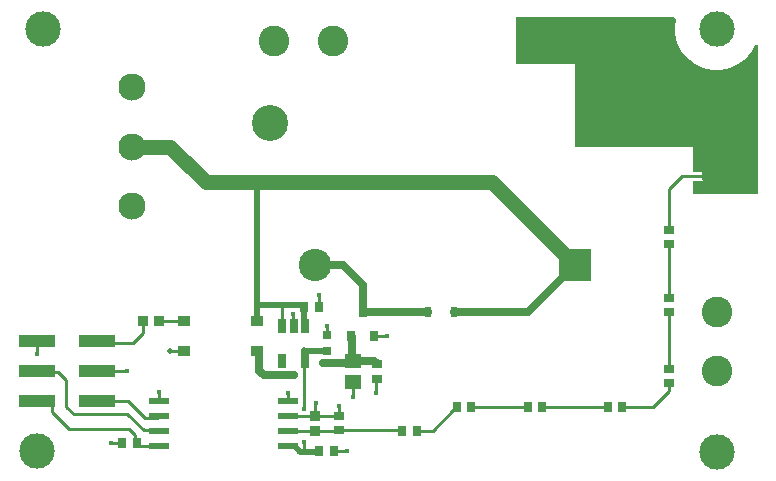
<source format=gtl>
%FSTAX23Y23*%
%MOIN*%
%SFA1B1*%

%IPPOS*%
%AMD21*
4,1,8,0.010900,0.023600,-0.010900,0.023600,-0.012800,0.021700,-0.012800,-0.021700,-0.010900,-0.023600,0.010900,-0.023600,0.012800,-0.021700,0.012800,0.021700,0.010900,0.023600,0.0*
1,1,0.003843,0.010900,0.021700*
1,1,0.003843,-0.010900,0.021700*
1,1,0.003843,-0.010900,-0.021700*
1,1,0.003843,0.010900,-0.021700*
%
%ADD11C,0.010000*%
%ADD16R,0.124016X0.039370*%
%ADD17R,0.033465X0.029527*%
%ADD18R,0.035433X0.029527*%
%ADD19R,0.053150X0.045275*%
%ADD20R,0.031496X0.035433*%
G04~CAMADD=21~8~0.0~0.0~255.9~472.4~19.2~0.0~15~0.0~0.0~0.0~0.0~0~0.0~0.0~0.0~0.0~0~0.0~0.0~0.0~0.0~255.9~472.4*
%ADD21D21*%
%ADD22R,0.027559X0.025591*%
%ADD23R,0.024803X0.032677*%
%ADD24R,0.070866X0.023622*%
%ADD25R,0.044882X0.035827*%
%ADD26R,0.033465X0.037401*%
%ADD27R,0.037401X0.033465*%
%ADD28R,0.029527X0.033465*%
%ADD39C,0.120078*%
%ADD40C,0.108268*%
%ADD41R,0.108268X0.108268*%
%ADD44C,0.025000*%
%ADD45C,0.020000*%
%ADD46C,0.050000*%
%ADD47C,0.090551*%
%ADD48C,0.102362*%
%ADD49C,0.017716*%
%ADD50C,0.118110*%
%ADD51C,0.019685*%
%LNcapbank-1*%
%LPD*%
G36*
X03408Y03769D02*
X03405Y03751D01*
Y03729*
X03408Y03707*
X03415Y03687*
X03425Y03667*
X03438Y0365*
X03453Y03635*
X03471Y03622*
X0349Y03612*
X03511Y03605*
X03532Y03602*
X03554*
X03575Y03605*
X03596Y03612*
X03615Y03622*
X03633Y03635*
X03648Y0365*
X03661Y03667*
X03671Y03687*
X03671Y03687*
X03681Y03685*
Y03188*
X03464*
Y03233*
X03543*
X03549Y03234*
X03554Y03237*
X03557Y03242*
X03558Y03248*
X03557Y03254*
X03554Y03259*
X03549Y03262*
X03543Y03263*
X03464*
Y03346*
X0307*
Y03622*
X02874*
Y03779*
X03402*
X03408Y03769*
G37*
G54D11*
X01579Y02457D02*
X01634Y02402D01*
X01681D02*
X01685Y02399D01*
X01634Y02402D02*
X01681D01*
X014Y02457D02*
X01579D01*
X01376Y02481D02*
X014Y02457D01*
X01582Y025D02*
X01637Y02444D01*
X01457Y025D02*
X01582D01*
X01452Y02692D02*
X01598D01*
X01632Y02727*
X01328Y02462D02*
Y02483D01*
X01385Y02405D02*
X01586D01*
X01328Y02462D02*
X01385Y02405D01*
X01313Y02498D02*
X01328Y02483D01*
X01278Y02498D02*
X01313D01*
X01295Y02596D02*
X01349D01*
X01293Y02598D02*
X01295Y02596D01*
X01376Y02481D02*
Y02569D01*
X01349Y02596D02*
X01376Y02569D01*
X01278Y02658D02*
X01279Y02657D01*
X01278Y02658D02*
Y02698D01*
X02132Y02757D02*
Y02791D01*
X02132Y02757D02*
X02132Y02757D01*
X02132Y02791D02*
X02132Y02791D01*
X02167Y02473D02*
Y02653D01*
X02115Y024D02*
X02282D01*
X02114Y02449D02*
X02284D01*
X02283Y0245D02*
Y02484D01*
Y0245D02*
X02284Y02449D01*
X02094Y02817D02*
X02095Y02816D01*
Y02749D02*
Y02816D01*
X02243Y02721D02*
Y02751D01*
Y02721D02*
X02245Y02719D01*
X01462Y02598D02*
X01577D01*
X01579Y02599*
X03385Y0307D02*
Y03206D01*
X03427Y03248D02*
X03543D01*
X03385Y03206D02*
X03427Y03248D01*
X02167Y02653D02*
X0217Y02656D01*
X0217*
X02169Y0233D02*
Y02362D01*
X02268Y02334D02*
X02311D01*
X02442Y02716D02*
X02443Y02716D01*
X02401Y02716D02*
X02442D01*
X02114Y02499D02*
Y02527D01*
Y02499D02*
X02114Y02499D01*
X02206Y02493D02*
X02207Y02494D01*
X02206Y0245D02*
Y02493D01*
X02409Y02527D02*
Y02569D01*
X02411Y02571*
X02332Y02513D02*
X02332Y02512D01*
X02332Y02513D02*
Y02563D01*
X02217Y02814D02*
X02217Y02815D01*
Y02854*
X01523Y02358D02*
X01524Y02358D01*
X01562*
X01606Y02362D02*
X0162Y02349D01*
X01606Y02362D02*
Y02385D01*
X01586Y02405D02*
X01606Y02385D01*
X0162Y02349D02*
X01685D01*
X01637Y02444D02*
X0168D01*
X01685Y02449*
X01632Y02727D02*
Y02766D01*
X01685Y02499D02*
X01685Y02499D01*
X01685Y02499D02*
Y02531D01*
X01684Y02766D02*
X01684Y02766D01*
X01767*
X01766Y02665D02*
X01767Y02666D01*
X0172Y02665D02*
X01766D01*
X02114Y02449D02*
X02114Y02449D01*
X02284D02*
X02284Y02449D01*
X02114Y02399D02*
X02115Y024D01*
X02282D02*
X02284Y02402D01*
X02495*
X02496Y02401*
X02667Y02468D02*
X02677Y02478D01*
X02665Y02468D02*
X02667D01*
X02677Y02478D02*
Y0248D01*
X02598Y02401D02*
X02665Y02468D01*
X02543Y02401D02*
X02598D01*
X02724Y0248D02*
X02913D01*
X0296D02*
X03181D01*
X03228D02*
X03331D01*
X03385Y02534*
Y02559*
Y02606D02*
Y02795D01*
Y02842D02*
Y03023D01*
G54D16*
X01477Y02498D03*
Y02598D03*
Y02698D03*
X01278Y02498D03*
Y02598D03*
Y02698D03*
G54D17*
X03385Y02842D03*
Y02795D03*
Y02606D03*
Y02559D03*
Y0307D03*
Y03023D03*
G54D18*
X02284Y02449D03*
Y02402D03*
X02411Y02574D03*
Y02622D03*
G54D19*
X02332Y02563D03*
Y02632D03*
G54D20*
X02364Y02795D03*
X02401Y02716D03*
X02326D03*
X02168Y02814D03*
X02217D03*
X02219Y02334D03*
X02268D03*
X01611Y02358D03*
X01562D03*
G54D21*
X0217Y02633D03*
X02095D03*
Y02749D03*
X02133D03*
X0217D03*
G54D22*
X02245Y02719D03*
Y02666D03*
G54D23*
X02582Y02795D03*
X02669D03*
G54D24*
X01685Y02349D03*
Y02399D03*
Y02449D03*
Y02499D03*
X02114D03*
Y02449D03*
Y02399D03*
Y02349D03*
G54D25*
X01767Y02766D03*
Y02666D03*
X02012Y02766D03*
Y02666D03*
G54D26*
X01632Y02766D03*
X01684D03*
G54D27*
X02206Y0245D03*
Y02399D03*
G54D28*
X03228Y0248D03*
X03181D03*
X0296D03*
X02913D03*
X02724D03*
X02677D03*
X02543Y02401D03*
X02496D03*
G54D39*
X02055Y03425D03*
X03141D03*
G54D40*
X02204Y02952D03*
G54D41*
X0307Y02952D03*
G54D44*
X02364Y02795D02*
Y02887D01*
Y02795D02*
X02582D01*
X02134Y02586D02*
X02135Y02586D01*
X02033Y02586D02*
X02134D01*
X02329Y02635D02*
X02332Y02632D01*
X02329Y02635D02*
Y02713D01*
X02326Y02716D02*
X02329Y02713D01*
X02231Y02626D02*
X02326D01*
X02332Y02632*
X02018Y026D02*
X02033Y02586D01*
X02018Y026D02*
Y02661D01*
X02013Y02666D02*
X02018Y02661D01*
X02012Y02666D02*
X02013D01*
X02913Y02795D02*
X0307Y02952D01*
X02669Y02795D02*
X02913D01*
X02332Y02632D02*
X02401D01*
X02409Y02625*
X02411*
X02299Y02952D02*
X02364Y02887D01*
X02204Y02952D02*
X02299D01*
G54D45*
X02168Y02666D02*
X02168Y02666D01*
X02239*
X02168Y02666D02*
Y02671D01*
X02014Y0282D02*
X02162D01*
X02168Y02658D02*
Y02666D01*
Y02658D02*
X0217Y02656D01*
X02169Y0233D02*
X02215D01*
X02156D02*
X02169D01*
X02215D02*
X02219Y02334D01*
X02114Y02349D02*
X02137D01*
X02156Y0233*
X02012Y02818D02*
Y03224D01*
Y02766D02*
Y02818D01*
X02162Y0282D02*
X02168Y02815D01*
X02012Y02818D02*
X02014Y0282D01*
X02168Y02814D02*
Y02815D01*
X02007Y03228D02*
X02012Y03224D01*
X02168Y02755D02*
Y02814D01*
G54D46*
X01594Y03346D02*
X01722D01*
X0184Y03228D02*
X02007D01*
X01722Y03346D02*
X0184Y03228D01*
X02007D02*
X02795D01*
X0307Y02952*
G54D47*
X01594Y03149D03*
Y03346D03*
Y03546D03*
G54D48*
X03543Y02598D03*
Y02796D03*
Y03248D03*
Y03446D03*
X02933Y037D03*
X03131D03*
X02067D03*
X02265D03*
G54D49*
X01279Y02657D03*
X02132Y02791D03*
X02135Y02586D03*
X02283Y02484D03*
X02231Y02626D03*
X02243Y02751D03*
X01579Y02599D03*
X02167Y02473D03*
X02169Y02362D03*
X02311Y02334D03*
X02443Y02716D03*
X02114Y02527D03*
X02207Y02494D03*
X02409Y02527D03*
X02332Y02512D03*
X02217Y02854D03*
X01523Y02358D03*
X01685Y02531D03*
G54D50*
X03543Y0233D03*
Y0374D03*
X01279Y02334D03*
X01299Y0374D03*
G54D51*
X0172Y02665D03*
M02*
</source>
